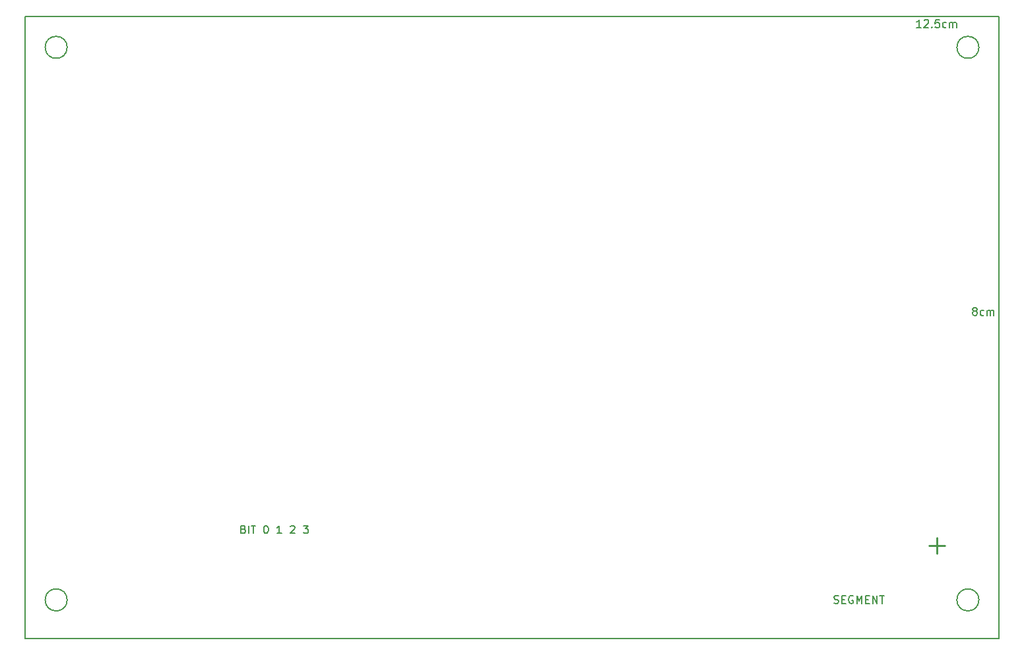
<source format=gbr>
%TF.GenerationSoftware,KiCad,Pcbnew,5.1.9*%
%TF.CreationDate,2021-04-25T23:10:33+02:00*%
%TF.ProjectId,controller,636f6e74-726f-46c6-9c65-722e6b696361,rev?*%
%TF.SameCoordinates,Original*%
%TF.FileFunction,Other,ECO2*%
%FSLAX46Y46*%
G04 Gerber Fmt 4.6, Leading zero omitted, Abs format (unit mm)*
G04 Created by KiCad (PCBNEW 5.1.9) date 2021-04-25 23:10:33*
%MOMM*%
%LPD*%
G01*
G04 APERTURE LIST*
%ADD10C,0.250000*%
%ADD11C,0.150000*%
G04 APERTURE END LIST*
D10*
X202000000Y-105000000D02*
X202000000Y-103000000D01*
X201000000Y-104000000D02*
X203000000Y-104000000D01*
D11*
X207414214Y-111000000D02*
G75*
G03*
X207414214Y-111000000I-1414214J0D01*
G01*
X113023809Y-101928571D02*
X113166666Y-101976190D01*
X113214285Y-102023809D01*
X113261904Y-102119047D01*
X113261904Y-102261904D01*
X113214285Y-102357142D01*
X113166666Y-102404761D01*
X113071428Y-102452380D01*
X112690476Y-102452380D01*
X112690476Y-101452380D01*
X113023809Y-101452380D01*
X113119047Y-101500000D01*
X113166666Y-101547619D01*
X113214285Y-101642857D01*
X113214285Y-101738095D01*
X113166666Y-101833333D01*
X113119047Y-101880952D01*
X113023809Y-101928571D01*
X112690476Y-101928571D01*
X113690476Y-102452380D02*
X113690476Y-101452380D01*
X114023809Y-101452380D02*
X114595238Y-101452380D01*
X114309523Y-102452380D02*
X114309523Y-101452380D01*
X115880952Y-101452380D02*
X115976190Y-101452380D01*
X116071428Y-101500000D01*
X116119047Y-101547619D01*
X116166666Y-101642857D01*
X116214285Y-101833333D01*
X116214285Y-102071428D01*
X116166666Y-102261904D01*
X116119047Y-102357142D01*
X116071428Y-102404761D01*
X115976190Y-102452380D01*
X115880952Y-102452380D01*
X115785714Y-102404761D01*
X115738095Y-102357142D01*
X115690476Y-102261904D01*
X115642857Y-102071428D01*
X115642857Y-101833333D01*
X115690476Y-101642857D01*
X115738095Y-101547619D01*
X115785714Y-101500000D01*
X115880952Y-101452380D01*
X117928571Y-102452380D02*
X117357142Y-102452380D01*
X117642857Y-102452380D02*
X117642857Y-101452380D01*
X117547619Y-101595238D01*
X117452380Y-101690476D01*
X117357142Y-101738095D01*
X119071428Y-101547619D02*
X119119047Y-101500000D01*
X119214285Y-101452380D01*
X119452380Y-101452380D01*
X119547619Y-101500000D01*
X119595238Y-101547619D01*
X119642857Y-101642857D01*
X119642857Y-101738095D01*
X119595238Y-101880952D01*
X119023809Y-102452380D01*
X119642857Y-102452380D01*
X120738095Y-101452380D02*
X121357142Y-101452380D01*
X121023809Y-101833333D01*
X121166666Y-101833333D01*
X121261904Y-101880952D01*
X121309523Y-101928571D01*
X121357142Y-102023809D01*
X121357142Y-102261904D01*
X121309523Y-102357142D01*
X121261904Y-102404761D01*
X121166666Y-102452380D01*
X120880952Y-102452380D01*
X120785714Y-102404761D01*
X120738095Y-102357142D01*
X188833333Y-111404761D02*
X188976190Y-111452380D01*
X189214285Y-111452380D01*
X189309523Y-111404761D01*
X189357142Y-111357142D01*
X189404761Y-111261904D01*
X189404761Y-111166666D01*
X189357142Y-111071428D01*
X189309523Y-111023809D01*
X189214285Y-110976190D01*
X189023809Y-110928571D01*
X188928571Y-110880952D01*
X188880952Y-110833333D01*
X188833333Y-110738095D01*
X188833333Y-110642857D01*
X188880952Y-110547619D01*
X188928571Y-110500000D01*
X189023809Y-110452380D01*
X189261904Y-110452380D01*
X189404761Y-110500000D01*
X189833333Y-110928571D02*
X190166666Y-110928571D01*
X190309523Y-111452380D02*
X189833333Y-111452380D01*
X189833333Y-110452380D01*
X190309523Y-110452380D01*
X191261904Y-110500000D02*
X191166666Y-110452380D01*
X191023809Y-110452380D01*
X190880952Y-110500000D01*
X190785714Y-110595238D01*
X190738095Y-110690476D01*
X190690476Y-110880952D01*
X190690476Y-111023809D01*
X190738095Y-111214285D01*
X190785714Y-111309523D01*
X190880952Y-111404761D01*
X191023809Y-111452380D01*
X191119047Y-111452380D01*
X191261904Y-111404761D01*
X191309523Y-111357142D01*
X191309523Y-111023809D01*
X191119047Y-111023809D01*
X191738095Y-111452380D02*
X191738095Y-110452380D01*
X192071428Y-111166666D01*
X192404761Y-110452380D01*
X192404761Y-111452380D01*
X192880952Y-110928571D02*
X193214285Y-110928571D01*
X193357142Y-111452380D02*
X192880952Y-111452380D01*
X192880952Y-110452380D01*
X193357142Y-110452380D01*
X193785714Y-111452380D02*
X193785714Y-110452380D01*
X194357142Y-111452380D01*
X194357142Y-110452380D01*
X194690476Y-110452380D02*
X195261904Y-110452380D01*
X194976190Y-111452380D02*
X194976190Y-110452380D01*
X90414214Y-40000000D02*
G75*
G03*
X90414214Y-40000000I-1414214J0D01*
G01*
X90414214Y-111000000D02*
G75*
G03*
X90414214Y-111000000I-1414214J0D01*
G01*
X207414214Y-40000000D02*
G75*
G03*
X207414214Y-40000000I-1414214J0D01*
G01*
X206809523Y-73880952D02*
X206714285Y-73833333D01*
X206666666Y-73785714D01*
X206619047Y-73690476D01*
X206619047Y-73642857D01*
X206666666Y-73547619D01*
X206714285Y-73500000D01*
X206809523Y-73452380D01*
X207000000Y-73452380D01*
X207095238Y-73500000D01*
X207142857Y-73547619D01*
X207190476Y-73642857D01*
X207190476Y-73690476D01*
X207142857Y-73785714D01*
X207095238Y-73833333D01*
X207000000Y-73880952D01*
X206809523Y-73880952D01*
X206714285Y-73928571D01*
X206666666Y-73976190D01*
X206619047Y-74071428D01*
X206619047Y-74261904D01*
X206666666Y-74357142D01*
X206714285Y-74404761D01*
X206809523Y-74452380D01*
X207000000Y-74452380D01*
X207095238Y-74404761D01*
X207142857Y-74357142D01*
X207190476Y-74261904D01*
X207190476Y-74071428D01*
X207142857Y-73976190D01*
X207095238Y-73928571D01*
X207000000Y-73880952D01*
X208047619Y-74404761D02*
X207952380Y-74452380D01*
X207761904Y-74452380D01*
X207666666Y-74404761D01*
X207619047Y-74357142D01*
X207571428Y-74261904D01*
X207571428Y-73976190D01*
X207619047Y-73880952D01*
X207666666Y-73833333D01*
X207761904Y-73785714D01*
X207952380Y-73785714D01*
X208047619Y-73833333D01*
X208476190Y-74452380D02*
X208476190Y-73785714D01*
X208476190Y-73880952D02*
X208523809Y-73833333D01*
X208619047Y-73785714D01*
X208761904Y-73785714D01*
X208857142Y-73833333D01*
X208904761Y-73928571D01*
X208904761Y-74452380D01*
X208904761Y-73928571D02*
X208952380Y-73833333D01*
X209047619Y-73785714D01*
X209190476Y-73785714D01*
X209285714Y-73833333D01*
X209333333Y-73928571D01*
X209333333Y-74452380D01*
X200000000Y-37452380D02*
X199428571Y-37452380D01*
X199714285Y-37452380D02*
X199714285Y-36452380D01*
X199619047Y-36595238D01*
X199523809Y-36690476D01*
X199428571Y-36738095D01*
X200380952Y-36547619D02*
X200428571Y-36500000D01*
X200523809Y-36452380D01*
X200761904Y-36452380D01*
X200857142Y-36500000D01*
X200904761Y-36547619D01*
X200952380Y-36642857D01*
X200952380Y-36738095D01*
X200904761Y-36880952D01*
X200333333Y-37452380D01*
X200952380Y-37452380D01*
X201380952Y-37357142D02*
X201428571Y-37404761D01*
X201380952Y-37452380D01*
X201333333Y-37404761D01*
X201380952Y-37357142D01*
X201380952Y-37452380D01*
X202333333Y-36452380D02*
X201857142Y-36452380D01*
X201809523Y-36928571D01*
X201857142Y-36880952D01*
X201952380Y-36833333D01*
X202190476Y-36833333D01*
X202285714Y-36880952D01*
X202333333Y-36928571D01*
X202380952Y-37023809D01*
X202380952Y-37261904D01*
X202333333Y-37357142D01*
X202285714Y-37404761D01*
X202190476Y-37452380D01*
X201952380Y-37452380D01*
X201857142Y-37404761D01*
X201809523Y-37357142D01*
X203238095Y-37404761D02*
X203142857Y-37452380D01*
X202952380Y-37452380D01*
X202857142Y-37404761D01*
X202809523Y-37357142D01*
X202761904Y-37261904D01*
X202761904Y-36976190D01*
X202809523Y-36880952D01*
X202857142Y-36833333D01*
X202952380Y-36785714D01*
X203142857Y-36785714D01*
X203238095Y-36833333D01*
X203666666Y-37452380D02*
X203666666Y-36785714D01*
X203666666Y-36880952D02*
X203714285Y-36833333D01*
X203809523Y-36785714D01*
X203952380Y-36785714D01*
X204047619Y-36833333D01*
X204095238Y-36928571D01*
X204095238Y-37452380D01*
X204095238Y-36928571D02*
X204142857Y-36833333D01*
X204238095Y-36785714D01*
X204380952Y-36785714D01*
X204476190Y-36833333D01*
X204523809Y-36928571D01*
X204523809Y-37452380D01*
X210000000Y-36000000D02*
X112000000Y-36000000D01*
X210000000Y-116000000D02*
X210000000Y-36000000D01*
X208000000Y-116000000D02*
X210000000Y-116000000D01*
X85000000Y-116000000D02*
X85000000Y-36000000D01*
X86000000Y-116000000D02*
X85000000Y-116000000D01*
X208000000Y-116000000D02*
X86000000Y-116000000D01*
X88000000Y-36000000D02*
X85000000Y-36000000D01*
X112000000Y-36000000D02*
X88000000Y-36000000D01*
M02*

</source>
